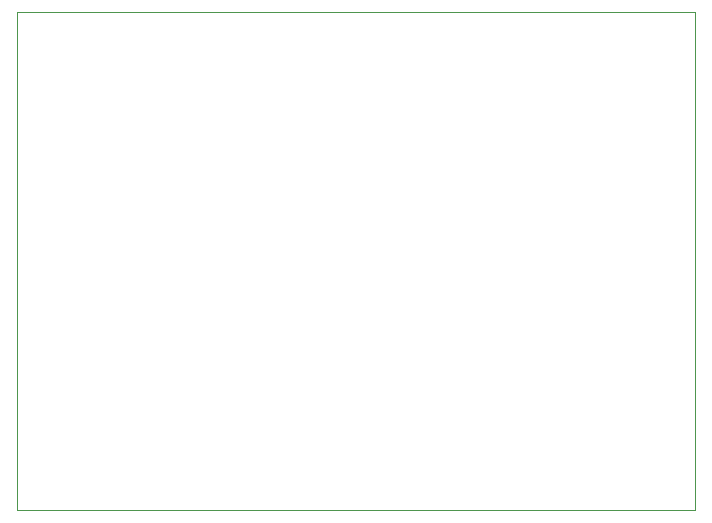
<source format=gbr>
G04 #@! TF.GenerationSoftware,KiCad,Pcbnew,(5.1.4)-1*
G04 #@! TF.CreationDate,2019-11-15T07:05:28+03:00*
G04 #@! TF.ProjectId,ApogeeRom,41706f67-6565-4526-9f6d-2e6b69636164,rev?*
G04 #@! TF.SameCoordinates,Original*
G04 #@! TF.FileFunction,Profile,NP*
%FSLAX46Y46*%
G04 Gerber Fmt 4.6, Leading zero omitted, Abs format (unit mm)*
G04 Created by KiCad (PCBNEW (5.1.4)-1) date 2019-11-15 07:05:28*
%MOMM*%
%LPD*%
G04 APERTURE LIST*
%ADD10C,0.050000*%
G04 APERTURE END LIST*
D10*
X102616000Y-104140000D02*
X102616000Y-61976000D01*
X160020000Y-104140000D02*
X102616000Y-104140000D01*
X160020000Y-61976000D02*
X160020000Y-104140000D01*
X102616000Y-61976000D02*
X160020000Y-61976000D01*
M02*

</source>
